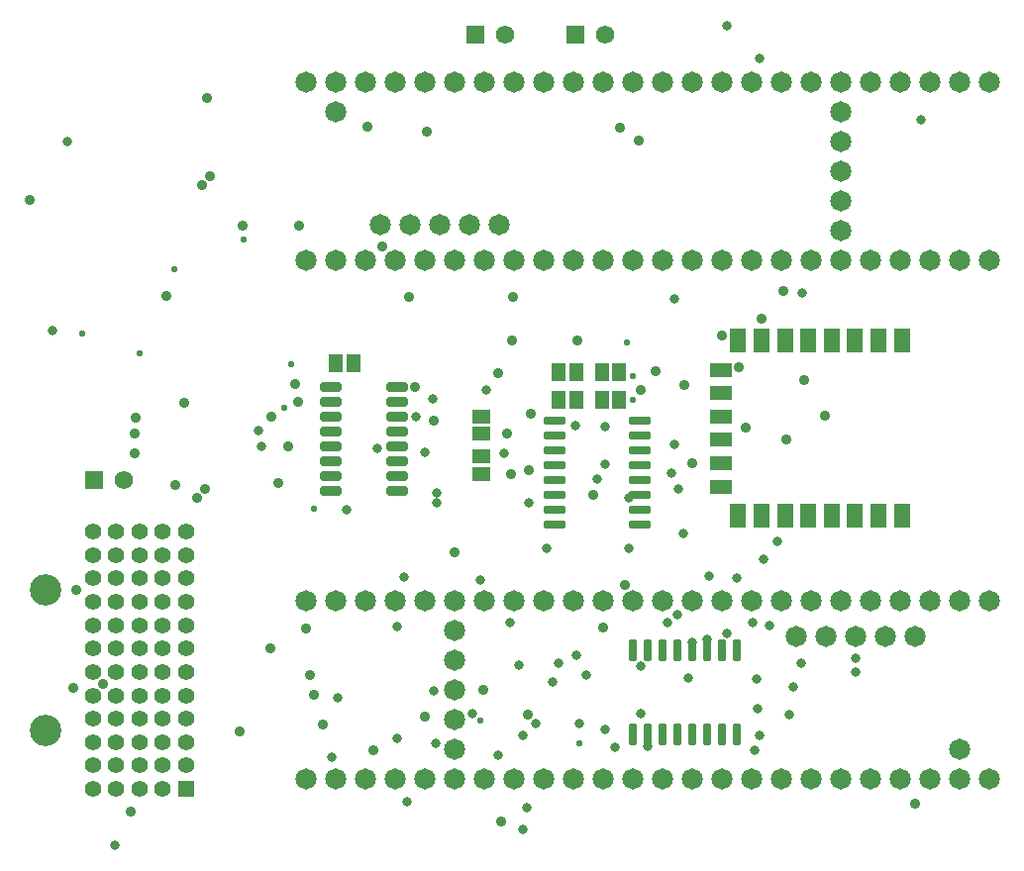
<source format=gbs>
G04*
G04 #@! TF.GenerationSoftware,Altium Limited,Altium Designer,23.3.1 (30)*
G04*
G04 Layer_Color=16711935*
%FSLAX44Y44*%
%MOMM*%
G71*
G04*
G04 #@! TF.SameCoordinates,7DDBB174-5A1B-4199-9A96-CB190E09B0CA*
G04*
G04*
G04 #@! TF.FilePolarity,Negative*
G04*
G01*
G75*
%ADD25R,1.5000X1.1500*%
%ADD29C,1.8150*%
%ADD30R,1.3930X1.3930*%
%ADD31C,1.3930*%
%ADD32R,1.5700X1.5700*%
%ADD33C,1.5700*%
%ADD34C,0.8358*%
%ADD35C,0.9120*%
%ADD36C,0.5564*%
%ADD37C,2.6900*%
G04:AMPARAMS|DCode=56|XSize=0.75mm|YSize=1.8mm|CornerRadius=0.126mm|HoleSize=0mm|Usage=FLASHONLY|Rotation=90.000|XOffset=0mm|YOffset=0mm|HoleType=Round|Shape=RoundedRectangle|*
%AMROUNDEDRECTD56*
21,1,0.7500,1.5480,0,0,90.0*
21,1,0.4980,1.8000,0,0,90.0*
1,1,0.2520,0.7740,0.2490*
1,1,0.2520,0.7740,-0.2490*
1,1,0.2520,-0.7740,-0.2490*
1,1,0.2520,-0.7740,0.2490*
%
%ADD56ROUNDEDRECTD56*%
G04:AMPARAMS|DCode=57|XSize=0.75mm|YSize=1.8mm|CornerRadius=0.126mm|HoleSize=0mm|Usage=FLASHONLY|Rotation=180.000|XOffset=0mm|YOffset=0mm|HoleType=Round|Shape=RoundedRectangle|*
%AMROUNDEDRECTD57*
21,1,0.7500,1.5480,0,0,180.0*
21,1,0.4980,1.8000,0,0,180.0*
1,1,0.2520,-0.2490,0.7740*
1,1,0.2520,0.2490,0.7740*
1,1,0.2520,0.2490,-0.7740*
1,1,0.2520,-0.2490,-0.7740*
%
%ADD57ROUNDEDRECTD57*%
G04:AMPARAMS|DCode=58|XSize=0.8mm|YSize=1.8mm|CornerRadius=0.1238mm|HoleSize=0mm|Usage=FLASHONLY|Rotation=90.000|XOffset=0mm|YOffset=0mm|HoleType=Round|Shape=RoundedRectangle|*
%AMROUNDEDRECTD58*
21,1,0.8000,1.5525,0,0,90.0*
21,1,0.5525,1.8000,0,0,90.0*
1,1,0.2475,0.7763,0.2763*
1,1,0.2475,0.7763,-0.2763*
1,1,0.2475,-0.7763,-0.2763*
1,1,0.2475,-0.7763,0.2763*
%
%ADD58ROUNDEDRECTD58*%
%ADD59R,1.1500X1.5000*%
%ADD60R,1.3000X1.5000*%
%ADD61R,1.8500X1.2500*%
%ADD62R,1.3500X2.1500*%
D25*
X394970Y406160D02*
D03*
Y391160D02*
D03*
Y425570D02*
D03*
Y440570D02*
D03*
D29*
X778510Y283210D02*
D03*
X753110D02*
D03*
X727710D02*
D03*
X702310D02*
D03*
X676910D02*
D03*
X651510D02*
D03*
X626110D02*
D03*
X600710D02*
D03*
X575310D02*
D03*
X549910D02*
D03*
X524510D02*
D03*
X499110D02*
D03*
Y130810D02*
D03*
X524510D02*
D03*
X549910D02*
D03*
X575310D02*
D03*
X600710D02*
D03*
X626110D02*
D03*
X651510D02*
D03*
X676910D02*
D03*
X702310D02*
D03*
X727710D02*
D03*
X753110D02*
D03*
X448310Y283210D02*
D03*
X422910D02*
D03*
X397510D02*
D03*
X372110D02*
D03*
X346710D02*
D03*
X321310D02*
D03*
X295910D02*
D03*
X270510D02*
D03*
X245110D02*
D03*
Y130810D02*
D03*
X270510D02*
D03*
X295910D02*
D03*
X321310D02*
D03*
X346710D02*
D03*
X372110D02*
D03*
X397510D02*
D03*
X422910D02*
D03*
X448310D02*
D03*
X473710Y283210D02*
D03*
X372110Y257810D02*
D03*
Y232410D02*
D03*
Y207010D02*
D03*
Y181610D02*
D03*
Y156210D02*
D03*
X664210Y252710D02*
D03*
X689610D02*
D03*
X715010D02*
D03*
X740410D02*
D03*
X765810D02*
D03*
X778510Y130810D02*
D03*
X829310D02*
D03*
X803910Y283210D02*
D03*
Y156210D02*
D03*
X473710Y130810D02*
D03*
X803910D02*
D03*
X829310Y283210D02*
D03*
X295910Y574040D02*
D03*
X321310D02*
D03*
X346710D02*
D03*
X372110D02*
D03*
X397510D02*
D03*
X422910D02*
D03*
X448310D02*
D03*
X473710D02*
D03*
X499110D02*
D03*
X524510D02*
D03*
X549910D02*
D03*
X575310D02*
D03*
Y726440D02*
D03*
X549910D02*
D03*
X524510D02*
D03*
X499110D02*
D03*
X473710D02*
D03*
X448310D02*
D03*
X422910D02*
D03*
X397510D02*
D03*
X372110D02*
D03*
X346710D02*
D03*
X321310D02*
D03*
X626110Y574040D02*
D03*
X651510D02*
D03*
X676910D02*
D03*
X702310D02*
D03*
X727710D02*
D03*
X753110D02*
D03*
X778510D02*
D03*
X803910D02*
D03*
X829310D02*
D03*
Y726440D02*
D03*
X803910D02*
D03*
X778510D02*
D03*
X753110D02*
D03*
X727710D02*
D03*
X702310D02*
D03*
X676910D02*
D03*
X651510D02*
D03*
X626110D02*
D03*
X600710Y574040D02*
D03*
X702310Y599440D02*
D03*
Y624840D02*
D03*
Y650240D02*
D03*
Y675640D02*
D03*
Y701040D02*
D03*
X410210Y604540D02*
D03*
X384810D02*
D03*
X359410D02*
D03*
X334010D02*
D03*
X308610D02*
D03*
X295910Y726440D02*
D03*
X245110D02*
D03*
X270510Y574040D02*
D03*
Y701040D02*
D03*
X600710Y726440D02*
D03*
X270510D02*
D03*
X245110Y574040D02*
D03*
D30*
X142700Y122000D02*
D03*
D31*
Y142000D02*
D03*
Y162000D02*
D03*
Y182000D02*
D03*
Y202000D02*
D03*
Y222000D02*
D03*
Y242000D02*
D03*
Y262000D02*
D03*
Y282000D02*
D03*
Y302000D02*
D03*
Y322000D02*
D03*
Y342000D02*
D03*
X122700Y122000D02*
D03*
Y142000D02*
D03*
Y162000D02*
D03*
Y182000D02*
D03*
Y202000D02*
D03*
Y222000D02*
D03*
Y242000D02*
D03*
Y262000D02*
D03*
Y282000D02*
D03*
Y302000D02*
D03*
Y322000D02*
D03*
Y342000D02*
D03*
X102700Y122000D02*
D03*
Y142000D02*
D03*
Y162000D02*
D03*
Y182000D02*
D03*
Y202000D02*
D03*
Y222000D02*
D03*
Y242000D02*
D03*
Y262000D02*
D03*
Y282000D02*
D03*
Y302000D02*
D03*
Y322000D02*
D03*
Y342000D02*
D03*
X82700Y122000D02*
D03*
Y142000D02*
D03*
Y162000D02*
D03*
Y182000D02*
D03*
Y202000D02*
D03*
Y222000D02*
D03*
Y242000D02*
D03*
Y262000D02*
D03*
Y282000D02*
D03*
Y302000D02*
D03*
Y322000D02*
D03*
Y342000D02*
D03*
X62700Y122000D02*
D03*
Y142000D02*
D03*
Y162000D02*
D03*
Y182000D02*
D03*
Y202000D02*
D03*
Y222000D02*
D03*
Y242000D02*
D03*
Y262000D02*
D03*
Y282000D02*
D03*
Y302000D02*
D03*
Y322000D02*
D03*
Y342000D02*
D03*
D32*
X63500Y386080D02*
D03*
X474980Y767080D02*
D03*
X389890D02*
D03*
D33*
X88900Y386080D02*
D03*
X500380Y767080D02*
D03*
X415290D02*
D03*
D34*
X770890Y694690D02*
D03*
X669290Y546100D02*
D03*
X560070Y541020D02*
D03*
X559865Y416765D02*
D03*
X414020Y408940D02*
D03*
X408940Y151130D02*
D03*
X433805Y106145D02*
D03*
X430530Y87503D02*
D03*
X81280Y73660D02*
D03*
X494030Y387350D02*
D03*
X500380Y400050D02*
D03*
Y431800D02*
D03*
X474980Y433070D02*
D03*
X563372Y378460D02*
D03*
X567690Y340360D02*
D03*
X589591Y304437D02*
D03*
X557403Y392430D02*
D03*
X632609Y746611D02*
D03*
X604520Y774700D02*
D03*
X41008Y676008D02*
D03*
X28067Y514350D02*
D03*
X520700Y370656D02*
D03*
Y327660D02*
D03*
X450850D02*
D03*
X435610Y367030D02*
D03*
X356870Y375471D02*
D03*
X328930Y303530D02*
D03*
X322580Y260477D02*
D03*
Y165100D02*
D03*
X346710Y410210D02*
D03*
X356870Y367030D02*
D03*
X331470Y110871D02*
D03*
X279400Y360680D02*
D03*
X305697Y413123D02*
D03*
X630405Y215624D02*
D03*
X631006Y190500D02*
D03*
X657987Y185420D02*
D03*
X571500Y217170D02*
D03*
X441833Y177800D02*
D03*
X430530Y167640D02*
D03*
X636270Y318770D02*
D03*
X627187Y263969D02*
D03*
X613410Y302260D02*
D03*
X604647Y255270D02*
D03*
X530860Y227330D02*
D03*
Y186690D02*
D03*
X537210Y158750D02*
D03*
X476250Y236220D02*
D03*
X484759Y219710D02*
D03*
X478790Y177800D02*
D03*
X500380Y172720D02*
D03*
X509270Y157480D02*
D03*
X207010Y415163D02*
D03*
X271780Y199517D02*
D03*
X354424Y205740D02*
D03*
X387350Y186563D02*
D03*
X355600Y161163D02*
D03*
X266700Y148717D02*
D03*
X204470Y428117D02*
D03*
X588010Y250190D02*
D03*
X553720Y264160D02*
D03*
X455930Y213487D02*
D03*
X461010Y229870D02*
D03*
X427084Y227457D02*
D03*
X419100Y264160D02*
D03*
X393700Y300990D02*
D03*
X398780Y463550D02*
D03*
X353060Y455930D02*
D03*
X339090Y440690D02*
D03*
X575310Y247650D02*
D03*
X661670Y209550D02*
D03*
X668020Y229870D02*
D03*
X715010Y222250D02*
D03*
X562610Y270637D02*
D03*
X715010Y233680D02*
D03*
X632460Y167640D02*
D03*
X647700Y333883D02*
D03*
X628650Y154940D02*
D03*
X641350Y261620D02*
D03*
D35*
X435610Y394970D02*
D03*
X436880Y443230D02*
D03*
X229870Y414782D02*
D03*
X396240Y207010D02*
D03*
X346710Y184150D02*
D03*
X434340Y185674D02*
D03*
X309880Y586232D02*
D03*
X490220Y373380D02*
D03*
X765810Y109220D02*
D03*
X8890Y626110D02*
D03*
X530860Y463550D02*
D03*
X125471Y543342D02*
D03*
X48665Y291775D02*
D03*
X568452Y467360D02*
D03*
X575310Y400530D02*
D03*
X156210Y638556D02*
D03*
X529563Y676883D02*
D03*
X420624Y391160D02*
D03*
X422402Y542544D02*
D03*
X332740D02*
D03*
X297180Y688848D02*
D03*
X621284Y431292D02*
D03*
X655320Y421132D02*
D03*
X670814Y471932D02*
D03*
X408940Y478028D02*
D03*
X95250Y102362D02*
D03*
X347980Y684276D02*
D03*
X188214Y171450D02*
D03*
X71120Y212090D02*
D03*
X46482Y208026D02*
D03*
X411988Y94488D02*
D03*
X653117Y548049D02*
D03*
X98806Y425704D02*
D03*
X191008Y604012D02*
D03*
X238832D02*
D03*
X634492Y524002D02*
D03*
X354584Y437134D02*
D03*
X303022Y154940D02*
D03*
X221234Y383540D02*
D03*
X248666Y219202D02*
D03*
X151638Y370586D02*
D03*
X477266Y505968D02*
D03*
X600710Y510032D02*
D03*
X133096Y382016D02*
D03*
X140716Y451866D02*
D03*
X499110Y260350D02*
D03*
X517906Y296672D02*
D03*
X544068Y479044D02*
D03*
X614680Y483070D02*
D03*
X688340Y440944D02*
D03*
X513080Y687578D02*
D03*
X259080Y177292D02*
D03*
X338074Y466090D02*
D03*
X421132Y505968D02*
D03*
X417068Y425570D02*
D03*
X98806Y409194D02*
D03*
X99060Y439674D02*
D03*
X236049Y468293D02*
D03*
X372110Y324104D02*
D03*
X251968Y202184D02*
D03*
X158496Y378460D02*
D03*
X237998Y453390D02*
D03*
X245110Y259080D02*
D03*
X214376Y242000D02*
D03*
X215392Y440690D02*
D03*
X163068Y646430D02*
D03*
X160528Y712724D02*
D03*
D36*
X519430Y504190D02*
D03*
X524510Y454660D02*
D03*
Y474980D02*
D03*
X393700Y180340D02*
D03*
X478790Y161290D02*
D03*
X251460Y361950D02*
D03*
X226060Y448310D02*
D03*
X232410Y485140D02*
D03*
X191893Y591984D02*
D03*
X132203Y566584D02*
D03*
X102993Y494194D02*
D03*
X53340Y511810D02*
D03*
D37*
X22700Y172000D02*
D03*
Y292000D02*
D03*
D56*
X530280Y436880D02*
D03*
Y424180D02*
D03*
Y411480D02*
D03*
Y398780D02*
D03*
Y386080D02*
D03*
Y373380D02*
D03*
Y360680D02*
D03*
Y347980D02*
D03*
X457780Y436880D02*
D03*
Y424180D02*
D03*
Y411480D02*
D03*
Y398780D02*
D03*
Y386080D02*
D03*
Y373380D02*
D03*
Y360680D02*
D03*
Y347980D02*
D03*
D57*
X524510Y240720D02*
D03*
X537210D02*
D03*
X549910D02*
D03*
X562610D02*
D03*
X575310D02*
D03*
X588010D02*
D03*
X600710D02*
D03*
X613410D02*
D03*
X524510Y168220D02*
D03*
X537210D02*
D03*
X549910D02*
D03*
X562610D02*
D03*
X575310D02*
D03*
X588010D02*
D03*
X600710D02*
D03*
X613410D02*
D03*
D58*
X322890Y466090D02*
D03*
Y453390D02*
D03*
Y440690D02*
D03*
Y427990D02*
D03*
Y415290D02*
D03*
Y402590D02*
D03*
Y389890D02*
D03*
Y377190D02*
D03*
X266390Y466090D02*
D03*
Y453390D02*
D03*
Y440690D02*
D03*
Y427990D02*
D03*
Y415290D02*
D03*
Y402590D02*
D03*
Y389890D02*
D03*
Y377190D02*
D03*
D59*
X476010Y478790D02*
D03*
X461010D02*
D03*
X497840D02*
D03*
X512840D02*
D03*
X497960Y454660D02*
D03*
X512960D02*
D03*
X461130D02*
D03*
X476130D02*
D03*
D60*
X285380Y486410D02*
D03*
X270880D02*
D03*
D61*
X599530Y480530D02*
D03*
Y460530D02*
D03*
Y440530D02*
D03*
Y420530D02*
D03*
Y400530D02*
D03*
Y380530D02*
D03*
D62*
X754530Y505530D02*
D03*
X734530D02*
D03*
X714530D02*
D03*
X694530D02*
D03*
X674530D02*
D03*
X654530D02*
D03*
X634530D02*
D03*
X614530D02*
D03*
Y355530D02*
D03*
X634530D02*
D03*
X654530D02*
D03*
X674530D02*
D03*
X694530D02*
D03*
X714530D02*
D03*
X734530D02*
D03*
X754530D02*
D03*
M02*

</source>
